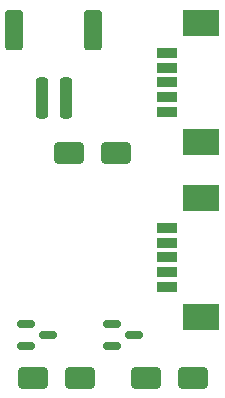
<source format=gbr>
%TF.GenerationSoftware,KiCad,Pcbnew,9.0.1*%
%TF.CreationDate,2025-06-09T01:02:34-04:00*%
%TF.ProjectId,Pneumatactors_1Xiao_PiezoPumps_2Valves,506e6575-6d61-4746-9163-746f72735f31,rev?*%
%TF.SameCoordinates,Original*%
%TF.FileFunction,Paste,Bot*%
%TF.FilePolarity,Positive*%
%FSLAX46Y46*%
G04 Gerber Fmt 4.6, Leading zero omitted, Abs format (unit mm)*
G04 Created by KiCad (PCBNEW 9.0.1) date 2025-06-09 01:02:34*
%MOMM*%
%LPD*%
G01*
G04 APERTURE LIST*
G04 Aperture macros list*
%AMRoundRect*
0 Rectangle with rounded corners*
0 $1 Rounding radius*
0 $2 $3 $4 $5 $6 $7 $8 $9 X,Y pos of 4 corners*
0 Add a 4 corners polygon primitive as box body*
4,1,4,$2,$3,$4,$5,$6,$7,$8,$9,$2,$3,0*
0 Add four circle primitives for the rounded corners*
1,1,$1+$1,$2,$3*
1,1,$1+$1,$4,$5*
1,1,$1+$1,$6,$7*
1,1,$1+$1,$8,$9*
0 Add four rect primitives between the rounded corners*
20,1,$1+$1,$2,$3,$4,$5,0*
20,1,$1+$1,$4,$5,$6,$7,0*
20,1,$1+$1,$6,$7,$8,$9,0*
20,1,$1+$1,$8,$9,$2,$3,0*%
G04 Aperture macros list end*
%ADD10RoundRect,0.250000X1.000000X0.650000X-1.000000X0.650000X-1.000000X-0.650000X1.000000X-0.650000X0*%
%ADD11RoundRect,0.250000X-0.250000X-1.500000X0.250000X-1.500000X0.250000X1.500000X-0.250000X1.500000X0*%
%ADD12RoundRect,0.250001X-0.499999X-1.449999X0.499999X-1.449999X0.499999X1.449999X-0.499999X1.449999X0*%
%ADD13R,1.701800X0.812800*%
%ADD14R,3.098800X2.209800*%
%ADD15RoundRect,0.150000X-0.587500X-0.150000X0.587500X-0.150000X0.587500X0.150000X-0.587500X0.150000X0*%
G04 APERTURE END LIST*
D10*
%TO.C,D2*%
X37306000Y-85348501D03*
X33306000Y-85348501D03*
%TD*%
%TO.C,D1*%
X40386000Y-66294000D03*
X36386000Y-66294000D03*
%TD*%
D11*
%TO.C,J3*%
X34100000Y-61630000D03*
X36100000Y-61630000D03*
D12*
X31750000Y-55880000D03*
X38450000Y-55880000D03*
%TD*%
D13*
%TO.C,J1*%
X44704000Y-72654000D03*
X44704000Y-73904000D03*
X44704000Y-75154000D03*
X44704000Y-76404000D03*
X44704000Y-77654000D03*
D14*
X47603999Y-80204000D03*
X47603999Y-70104000D03*
%TD*%
D15*
%TO.C,Q1*%
X32766000Y-82672000D03*
X32766000Y-80772000D03*
X34641000Y-81722000D03*
%TD*%
%TO.C,Q2*%
X40035000Y-82672000D03*
X40035000Y-80772000D03*
X41910000Y-81722000D03*
%TD*%
D13*
%TO.C,J2*%
X44704000Y-57825000D03*
X44704000Y-59075000D03*
X44704000Y-60325000D03*
X44704000Y-61575000D03*
X44704000Y-62825000D03*
D14*
X47603999Y-65375000D03*
X47603999Y-55275000D03*
%TD*%
D10*
%TO.C,D3*%
X46887500Y-85348501D03*
X42887500Y-85348501D03*
%TD*%
M02*

</source>
